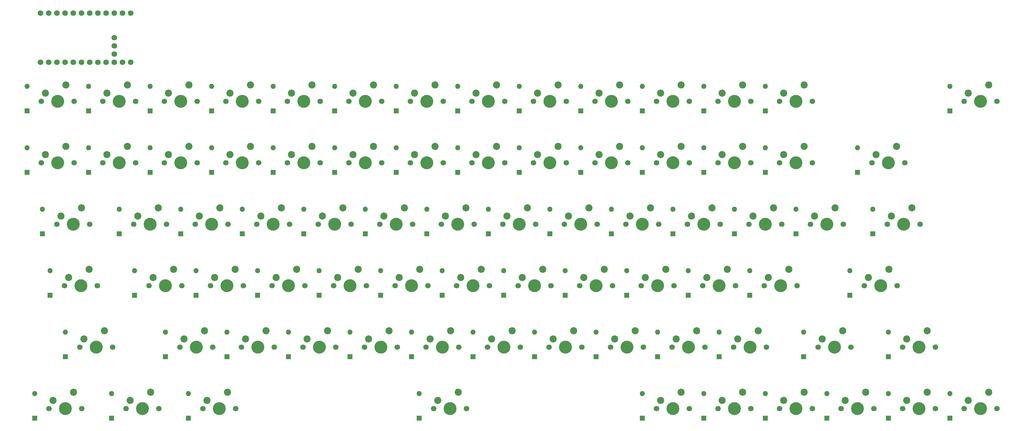
<source format=gbr>
%TF.GenerationSoftware,KiCad,Pcbnew,9.0.2*%
%TF.CreationDate,2025-06-25T18:54:02-05:00*%
%TF.ProjectId,MechaSlate,4d656368-6153-46c6-9174-652e6b696361,rev?*%
%TF.SameCoordinates,Original*%
%TF.FileFunction,Soldermask,Top*%
%TF.FilePolarity,Negative*%
%FSLAX46Y46*%
G04 Gerber Fmt 4.6, Leading zero omitted, Abs format (unit mm)*
G04 Created by KiCad (PCBNEW 9.0.2) date 2025-06-25 18:54:02*
%MOMM*%
%LPD*%
G01*
G04 APERTURE LIST*
%ADD10C,1.700000*%
%ADD11C,4.000000*%
%ADD12C,2.200000*%
%ADD13C,1.752600*%
%ADD14R,1.600000X1.600000*%
%ADD15O,1.600000X1.600000*%
G04 APERTURE END LIST*
D10*
%TO.C,S5*%
X256615000Y-151500000D03*
D11*
X261695000Y-151500000D03*
D10*
X266775000Y-151500000D03*
D12*
X264235000Y-146420000D03*
X257885000Y-148960000D03*
%TD*%
D10*
%TO.C,S44*%
X213752500Y-208650000D03*
D11*
X218832500Y-208650000D03*
D10*
X223912500Y-208650000D03*
D12*
X221372500Y-203570000D03*
X215022500Y-206110000D03*
%TD*%
D10*
%TO.C,S61*%
X299477500Y-227700000D03*
D11*
X304557500Y-227700000D03*
D10*
X309637500Y-227700000D03*
D12*
X307097500Y-222620000D03*
X300747500Y-225160000D03*
%TD*%
D10*
%TO.C,S12*%
X389965000Y-151500000D03*
D11*
X395045000Y-151500000D03*
D10*
X400125000Y-151500000D03*
D12*
X397585000Y-146420000D03*
X391235000Y-148960000D03*
%TD*%
D10*
%TO.C,S3*%
X218515000Y-151500000D03*
D11*
X223595000Y-151500000D03*
D10*
X228675000Y-151500000D03*
D12*
X226135000Y-146420000D03*
X219785000Y-148960000D03*
%TD*%
D10*
%TO.C,S48*%
X289952500Y-208650000D03*
D11*
X295032500Y-208650000D03*
D10*
X300112500Y-208650000D03*
D12*
X297572500Y-203570000D03*
X291222500Y-206110000D03*
%TD*%
D10*
%TO.C,S10*%
X351865000Y-151500000D03*
D11*
X356945000Y-151500000D03*
D10*
X362025000Y-151500000D03*
D12*
X359485000Y-146420000D03*
X353135000Y-148960000D03*
%TD*%
D10*
%TO.C,S42*%
X442352500Y-189600000D03*
D11*
X447432500Y-189600000D03*
D10*
X452512500Y-189600000D03*
D12*
X449972500Y-184520000D03*
X443622500Y-187060000D03*
%TD*%
D10*
%TO.C,S78*%
X466165000Y-246750000D03*
D11*
X471245000Y-246750000D03*
D10*
X476325000Y-246750000D03*
D12*
X473785000Y-241670000D03*
X467435000Y-244210000D03*
%TD*%
D10*
%TO.C,S69*%
X182796250Y-246750000D03*
D11*
X187876250Y-246750000D03*
D10*
X192956250Y-246750000D03*
D12*
X190416250Y-241670000D03*
X184066250Y-244210000D03*
%TD*%
D10*
%TO.C,S15*%
X180415000Y-170550000D03*
D11*
X185495000Y-170550000D03*
D10*
X190575000Y-170550000D03*
D12*
X188035000Y-165470000D03*
X181685000Y-168010000D03*
%TD*%
D10*
%TO.C,S7*%
X294715000Y-151500000D03*
D11*
X299795000Y-151500000D03*
D10*
X304875000Y-151500000D03*
D12*
X302335000Y-146420000D03*
X295985000Y-148960000D03*
%TD*%
D10*
%TO.C,S27*%
X409015000Y-170550000D03*
D11*
X414095000Y-170550000D03*
D10*
X419175000Y-170550000D03*
D12*
X416635000Y-165470000D03*
X410285000Y-168010000D03*
%TD*%
D10*
%TO.C,S28*%
X437590000Y-170550000D03*
D11*
X442670000Y-170550000D03*
D10*
X447750000Y-170550000D03*
D12*
X445210000Y-165470000D03*
X438860000Y-168010000D03*
%TD*%
D10*
%TO.C,S20*%
X275665000Y-170550000D03*
D11*
X280745000Y-170550000D03*
D10*
X285825000Y-170550000D03*
D12*
X283285000Y-165470000D03*
X276935000Y-168010000D03*
%TD*%
D10*
%TO.C,S13*%
X409015000Y-151500000D03*
D11*
X414095000Y-151500000D03*
D10*
X419175000Y-151500000D03*
D12*
X416635000Y-146420000D03*
X410285000Y-148960000D03*
%TD*%
D10*
%TO.C,S34*%
X285190000Y-189600000D03*
D11*
X290270000Y-189600000D03*
D10*
X295350000Y-189600000D03*
D12*
X292810000Y-184520000D03*
X286460000Y-187060000D03*
%TD*%
D10*
%TO.C,S33*%
X266140000Y-189600000D03*
D11*
X271220000Y-189600000D03*
D10*
X276300000Y-189600000D03*
D12*
X273760000Y-184520000D03*
X267410000Y-187060000D03*
%TD*%
D10*
%TO.C,S70*%
X206608750Y-246750000D03*
D11*
X211688750Y-246750000D03*
D10*
X216768750Y-246750000D03*
D12*
X214228750Y-241670000D03*
X207878750Y-244210000D03*
%TD*%
D10*
%TO.C,S41*%
X418540000Y-189600000D03*
D11*
X423620000Y-189600000D03*
D10*
X428700000Y-189600000D03*
D12*
X426160000Y-184520000D03*
X419810000Y-187060000D03*
%TD*%
D10*
%TO.C,S66*%
X394727500Y-227700000D03*
D11*
X399807500Y-227700000D03*
D10*
X404887500Y-227700000D03*
D12*
X402347500Y-222620000D03*
X395997500Y-225160000D03*
%TD*%
D10*
%TO.C,S19*%
X256615000Y-170550000D03*
D11*
X261695000Y-170550000D03*
D10*
X266775000Y-170550000D03*
D12*
X264235000Y-165470000D03*
X257885000Y-168010000D03*
%TD*%
D10*
%TO.C,S17*%
X218515000Y-170550000D03*
D11*
X223595000Y-170550000D03*
D10*
X228675000Y-170550000D03*
D12*
X226135000Y-165470000D03*
X219785000Y-168010000D03*
%TD*%
D10*
%TO.C,S21*%
X294715000Y-170550000D03*
D11*
X299795000Y-170550000D03*
D10*
X304875000Y-170550000D03*
D12*
X302335000Y-165470000D03*
X295985000Y-168010000D03*
%TD*%
D10*
%TO.C,S30*%
X208990000Y-189600000D03*
D11*
X214070000Y-189600000D03*
D10*
X219150000Y-189600000D03*
D12*
X216610000Y-184520000D03*
X210260000Y-187060000D03*
%TD*%
D10*
%TO.C,S35*%
X304240000Y-189600000D03*
D11*
X309320000Y-189600000D03*
D10*
X314400000Y-189600000D03*
D12*
X311860000Y-184520000D03*
X305510000Y-187060000D03*
%TD*%
D10*
%TO.C,S67*%
X420921250Y-227700000D03*
D11*
X426001250Y-227700000D03*
D10*
X431081250Y-227700000D03*
D12*
X428541250Y-222620000D03*
X422191250Y-225160000D03*
%TD*%
D10*
%TO.C,S6*%
X275665000Y-151500000D03*
D11*
X280745000Y-151500000D03*
D10*
X285825000Y-151500000D03*
D12*
X283285000Y-146420000D03*
X276935000Y-148960000D03*
%TD*%
D10*
%TO.C,S23*%
X332815000Y-170550000D03*
D11*
X337895000Y-170550000D03*
D10*
X342975000Y-170550000D03*
D12*
X340435000Y-165470000D03*
X334085000Y-168010000D03*
%TD*%
D10*
%TO.C,S75*%
X409015000Y-246750000D03*
D11*
X414095000Y-246750000D03*
D10*
X419175000Y-246750000D03*
D12*
X416635000Y-241670000D03*
X410285000Y-244210000D03*
%TD*%
D10*
%TO.C,S52*%
X366152500Y-208650000D03*
D11*
X371232500Y-208650000D03*
D10*
X376312500Y-208650000D03*
D12*
X373772500Y-203570000D03*
X367422500Y-206110000D03*
%TD*%
D10*
%TO.C,S63*%
X337577500Y-227700000D03*
D11*
X342657500Y-227700000D03*
D10*
X347737500Y-227700000D03*
D12*
X345197500Y-222620000D03*
X338847500Y-225160000D03*
%TD*%
D10*
%TO.C,S60*%
X280427500Y-227700000D03*
D11*
X285507500Y-227700000D03*
D10*
X290587500Y-227700000D03*
D12*
X288047500Y-222620000D03*
X281697500Y-225160000D03*
%TD*%
D10*
%TO.C,S74*%
X389965000Y-246750000D03*
D11*
X395045000Y-246750000D03*
D10*
X400125000Y-246750000D03*
D12*
X397585000Y-241670000D03*
X391235000Y-244210000D03*
%TD*%
D10*
%TO.C,S47*%
X270902500Y-208650000D03*
D11*
X275982500Y-208650000D03*
D10*
X281062500Y-208650000D03*
D12*
X278522500Y-203570000D03*
X272172500Y-206110000D03*
%TD*%
D10*
%TO.C,S40*%
X399490000Y-189600000D03*
D11*
X404570000Y-189600000D03*
D10*
X409650000Y-189600000D03*
D12*
X407110000Y-184520000D03*
X400760000Y-187060000D03*
%TD*%
D10*
%TO.C,S62*%
X318527500Y-227700000D03*
D11*
X323607500Y-227700000D03*
D10*
X328687500Y-227700000D03*
D12*
X326147500Y-222620000D03*
X319797500Y-225160000D03*
%TD*%
D10*
%TO.C,S25*%
X370915000Y-170550000D03*
D11*
X375995000Y-170550000D03*
D10*
X381075000Y-170550000D03*
D12*
X378535000Y-165470000D03*
X372185000Y-168010000D03*
%TD*%
D10*
%TO.C,S58*%
X242327500Y-227700000D03*
D11*
X247407500Y-227700000D03*
D10*
X252487500Y-227700000D03*
D12*
X249947500Y-222620000D03*
X243597500Y-225160000D03*
%TD*%
D10*
%TO.C,S14*%
X466165000Y-151500000D03*
D11*
X471245000Y-151500000D03*
D10*
X476325000Y-151500000D03*
D12*
X473785000Y-146420000D03*
X467435000Y-148960000D03*
%TD*%
D10*
%TO.C,S68*%
X447115000Y-227700000D03*
D11*
X452195000Y-227700000D03*
D10*
X457275000Y-227700000D03*
D12*
X454735000Y-222620000D03*
X448385000Y-225160000D03*
%TD*%
D10*
%TO.C,S2*%
X199465000Y-151500000D03*
D11*
X204545000Y-151500000D03*
D10*
X209625000Y-151500000D03*
D12*
X207085000Y-146420000D03*
X200735000Y-148960000D03*
%TD*%
D10*
%TO.C,S1*%
X180415000Y-151500000D03*
D11*
X185495000Y-151500000D03*
D10*
X190575000Y-151500000D03*
D12*
X188035000Y-146420000D03*
X181685000Y-148960000D03*
%TD*%
D10*
%TO.C,S53*%
X385202500Y-208650000D03*
D11*
X390282500Y-208650000D03*
D10*
X395362500Y-208650000D03*
D12*
X392822500Y-203570000D03*
X386472500Y-206110000D03*
%TD*%
D10*
%TO.C,S64*%
X356627500Y-227700000D03*
D11*
X361707500Y-227700000D03*
D10*
X366787500Y-227700000D03*
D12*
X364247500Y-222620000D03*
X357897500Y-225160000D03*
%TD*%
D10*
%TO.C,S77*%
X447115000Y-246750000D03*
D11*
X452195000Y-246750000D03*
D10*
X457275000Y-246750000D03*
D12*
X454735000Y-241670000D03*
X448385000Y-244210000D03*
%TD*%
D10*
%TO.C,S31*%
X228040000Y-189600000D03*
D11*
X233120000Y-189600000D03*
D10*
X238200000Y-189600000D03*
D12*
X235660000Y-184520000D03*
X229310000Y-187060000D03*
%TD*%
D10*
%TO.C,S22*%
X313765000Y-170550000D03*
D11*
X318845000Y-170550000D03*
D10*
X323925000Y-170550000D03*
D12*
X321385000Y-165470000D03*
X315035000Y-168010000D03*
%TD*%
D10*
%TO.C,S18*%
X237565000Y-170550000D03*
D11*
X242645000Y-170550000D03*
D10*
X247725000Y-170550000D03*
D12*
X245185000Y-165470000D03*
X238835000Y-168010000D03*
%TD*%
D10*
%TO.C,S24*%
X351865000Y-170550000D03*
D11*
X356945000Y-170550000D03*
D10*
X362025000Y-170550000D03*
D12*
X359485000Y-165470000D03*
X353135000Y-168010000D03*
%TD*%
D10*
%TO.C,S71*%
X230421250Y-246750000D03*
D11*
X235501250Y-246750000D03*
D10*
X240581250Y-246750000D03*
D12*
X238041250Y-241670000D03*
X231691250Y-244210000D03*
%TD*%
D10*
%TO.C,S65*%
X375677500Y-227700000D03*
D11*
X380757500Y-227700000D03*
D10*
X385837500Y-227700000D03*
D12*
X383297500Y-222620000D03*
X376947500Y-225160000D03*
%TD*%
D10*
%TO.C,S32*%
X247090000Y-189600000D03*
D11*
X252170000Y-189600000D03*
D10*
X257250000Y-189600000D03*
D12*
X254710000Y-184520000D03*
X248360000Y-187060000D03*
%TD*%
D10*
%TO.C,S4*%
X237565000Y-151500000D03*
D11*
X242645000Y-151500000D03*
D10*
X247725000Y-151500000D03*
D12*
X245185000Y-146420000D03*
X238835000Y-148960000D03*
%TD*%
D10*
%TO.C,S56*%
X192321250Y-227700000D03*
D11*
X197401250Y-227700000D03*
D10*
X202481250Y-227700000D03*
D12*
X199941250Y-222620000D03*
X193591250Y-225160000D03*
%TD*%
D10*
%TO.C,S54*%
X404252500Y-208650000D03*
D11*
X409332500Y-208650000D03*
D10*
X414412500Y-208650000D03*
D12*
X411872500Y-203570000D03*
X405522500Y-206110000D03*
%TD*%
D10*
%TO.C,S72*%
X301858750Y-246750000D03*
D11*
X306938750Y-246750000D03*
D10*
X312018750Y-246750000D03*
D12*
X309478750Y-241670000D03*
X303128750Y-244210000D03*
%TD*%
D10*
%TO.C,S8*%
X313765000Y-151500000D03*
D11*
X318845000Y-151500000D03*
D10*
X323925000Y-151500000D03*
D12*
X321385000Y-146420000D03*
X315035000Y-148960000D03*
%TD*%
D10*
%TO.C,S11*%
X370915000Y-151500000D03*
D11*
X375995000Y-151500000D03*
D10*
X381075000Y-151500000D03*
D12*
X378535000Y-146420000D03*
X372185000Y-148960000D03*
%TD*%
D10*
%TO.C,S9*%
X332815000Y-151500000D03*
D11*
X337895000Y-151500000D03*
D10*
X342975000Y-151500000D03*
D12*
X340435000Y-146420000D03*
X334085000Y-148960000D03*
%TD*%
D10*
%TO.C,S73*%
X370915000Y-246750000D03*
D11*
X375995000Y-246750000D03*
D10*
X381075000Y-246750000D03*
D12*
X378535000Y-241670000D03*
X372185000Y-244210000D03*
%TD*%
D10*
%TO.C,S46*%
X251852500Y-208650000D03*
D11*
X256932500Y-208650000D03*
D10*
X262012500Y-208650000D03*
D12*
X259472500Y-203570000D03*
X253122500Y-206110000D03*
%TD*%
D10*
%TO.C,S51*%
X347102500Y-208650000D03*
D11*
X352182500Y-208650000D03*
D10*
X357262500Y-208650000D03*
D12*
X354722500Y-203570000D03*
X348372500Y-206110000D03*
%TD*%
D10*
%TO.C,S37*%
X342340000Y-189600000D03*
D11*
X347420000Y-189600000D03*
D10*
X352500000Y-189600000D03*
D12*
X349960000Y-184520000D03*
X343610000Y-187060000D03*
%TD*%
D10*
%TO.C,S76*%
X428065000Y-246750000D03*
D11*
X433145000Y-246750000D03*
D10*
X438225000Y-246750000D03*
D12*
X435685000Y-241670000D03*
X429335000Y-244210000D03*
%TD*%
D10*
%TO.C,S26*%
X389965000Y-170550000D03*
D11*
X395045000Y-170550000D03*
D10*
X400125000Y-170550000D03*
D12*
X397585000Y-165470000D03*
X391235000Y-168010000D03*
%TD*%
D10*
%TO.C,S49*%
X309002500Y-208650000D03*
D11*
X314082500Y-208650000D03*
D10*
X319162500Y-208650000D03*
D12*
X316622500Y-203570000D03*
X310272500Y-206110000D03*
%TD*%
D10*
%TO.C,S39*%
X380440000Y-189600000D03*
D11*
X385520000Y-189600000D03*
D10*
X390600000Y-189600000D03*
D12*
X388060000Y-184520000D03*
X381710000Y-187060000D03*
%TD*%
D10*
%TO.C,S38*%
X361390000Y-189600000D03*
D11*
X366470000Y-189600000D03*
D10*
X371550000Y-189600000D03*
D12*
X369010000Y-184520000D03*
X362660000Y-187060000D03*
%TD*%
D10*
%TO.C,S50*%
X328052500Y-208650000D03*
D11*
X333132500Y-208650000D03*
D10*
X338212500Y-208650000D03*
D12*
X335672500Y-203570000D03*
X329322500Y-206110000D03*
%TD*%
D10*
%TO.C,S55*%
X435208750Y-208650000D03*
D11*
X440288750Y-208650000D03*
D10*
X445368750Y-208650000D03*
D12*
X442828750Y-203570000D03*
X436478750Y-206110000D03*
%TD*%
D10*
%TO.C,S45*%
X232802500Y-208650000D03*
D11*
X237882500Y-208650000D03*
D10*
X242962500Y-208650000D03*
D12*
X240422500Y-203570000D03*
X234072500Y-206110000D03*
%TD*%
D10*
%TO.C,S59*%
X261377500Y-227700000D03*
D11*
X266457500Y-227700000D03*
D10*
X271537500Y-227700000D03*
D12*
X268997500Y-222620000D03*
X262647500Y-225160000D03*
%TD*%
D10*
%TO.C,S29*%
X185177500Y-189600000D03*
D11*
X190257500Y-189600000D03*
D10*
X195337500Y-189600000D03*
D12*
X192797500Y-184520000D03*
X186447500Y-187060000D03*
%TD*%
D10*
%TO.C,S16*%
X199465000Y-170550000D03*
D11*
X204545000Y-170550000D03*
D10*
X209625000Y-170550000D03*
D12*
X207085000Y-165470000D03*
X200735000Y-168010000D03*
%TD*%
D13*
%TO.C,U2*%
X180175000Y-139340000D03*
X182715000Y-139340000D03*
X185255000Y-139340000D03*
X187795000Y-139340000D03*
X190335000Y-139340000D03*
X192875000Y-139340000D03*
X195415000Y-139340000D03*
X197955000Y-139340000D03*
X200495000Y-139340000D03*
X203035000Y-139340000D03*
X205575000Y-139340000D03*
X208115000Y-139340000D03*
X208115000Y-124100000D03*
X205575000Y-124100000D03*
X203035000Y-124100000D03*
X200495000Y-124100000D03*
X197955000Y-124100000D03*
X195415000Y-124100000D03*
X192875000Y-124100000D03*
X190335000Y-124100000D03*
X187795000Y-124100000D03*
X185255000Y-124100000D03*
X182715000Y-124100000D03*
X180175000Y-124100000D03*
X203035000Y-136800000D03*
X203035000Y-134260000D03*
X203035000Y-131720000D03*
%TD*%
D10*
%TO.C,S57*%
X223277500Y-227700000D03*
D11*
X228357500Y-227700000D03*
D10*
X233437500Y-227700000D03*
D12*
X230897500Y-222620000D03*
X224547500Y-225160000D03*
%TD*%
D10*
%TO.C,S43*%
X187558750Y-208650000D03*
D11*
X192638750Y-208650000D03*
D10*
X197718750Y-208650000D03*
D12*
X195178750Y-203570000D03*
X188828750Y-206110000D03*
%TD*%
D10*
%TO.C,S36*%
X323290000Y-189600000D03*
D11*
X328370000Y-189600000D03*
D10*
X333450000Y-189600000D03*
D12*
X330910000Y-184520000D03*
X324560000Y-187060000D03*
%TD*%
D14*
%TO.C,D77*%
X442655000Y-249670000D03*
D15*
X442655000Y-242050000D03*
%TD*%
D14*
%TO.C,D15*%
X175955000Y-173470000D03*
D15*
X175955000Y-165850000D03*
%TD*%
D14*
%TO.C,D65*%
X371217500Y-230620000D03*
D15*
X371217500Y-223000000D03*
%TD*%
D14*
%TO.C,D78*%
X461705000Y-249670000D03*
D15*
X461705000Y-242050000D03*
%TD*%
D14*
%TO.C,D54*%
X399792500Y-211570000D03*
D15*
X399792500Y-203950000D03*
%TD*%
D14*
%TO.C,D67*%
X416461250Y-230620000D03*
D15*
X416461250Y-223000000D03*
%TD*%
D14*
%TO.C,D29*%
X180717500Y-192520000D03*
D15*
X180717500Y-184900000D03*
%TD*%
D14*
%TO.C,D64*%
X352167500Y-230620000D03*
D15*
X352167500Y-223000000D03*
%TD*%
D14*
%TO.C,D75*%
X404555000Y-249670000D03*
D15*
X404555000Y-242050000D03*
%TD*%
D14*
%TO.C,D1*%
X175955000Y-154420000D03*
D15*
X175955000Y-146800000D03*
%TD*%
D14*
%TO.C,D36*%
X318830000Y-192520000D03*
D15*
X318830000Y-184900000D03*
%TD*%
D14*
%TO.C,D27*%
X404555000Y-173470000D03*
D15*
X404555000Y-165850000D03*
%TD*%
D14*
%TO.C,D31*%
X223580000Y-192520000D03*
D15*
X223580000Y-184900000D03*
%TD*%
D14*
%TO.C,D49*%
X304542500Y-211570000D03*
D15*
X304542500Y-203950000D03*
%TD*%
D14*
%TO.C,D28*%
X433130000Y-173470000D03*
D15*
X433130000Y-165850000D03*
%TD*%
D14*
%TO.C,D48*%
X285492500Y-211570000D03*
D15*
X285492500Y-203950000D03*
%TD*%
D14*
%TO.C,D2*%
X195005000Y-154420000D03*
D15*
X195005000Y-146800000D03*
%TD*%
D14*
%TO.C,D6*%
X271205000Y-154420000D03*
D15*
X271205000Y-146800000D03*
%TD*%
D14*
%TO.C,D8*%
X309305000Y-154420000D03*
D15*
X309305000Y-146800000D03*
%TD*%
D14*
%TO.C,D53*%
X380742500Y-211570000D03*
D15*
X380742500Y-203950000D03*
%TD*%
D14*
%TO.C,D25*%
X366455000Y-173470000D03*
D15*
X366455000Y-165850000D03*
%TD*%
D14*
%TO.C,D40*%
X395030000Y-192520000D03*
D15*
X395030000Y-184900000D03*
%TD*%
D14*
%TO.C,D4*%
X233105000Y-154420000D03*
D15*
X233105000Y-146800000D03*
%TD*%
D14*
%TO.C,D70*%
X202148750Y-249670000D03*
D15*
X202148750Y-242050000D03*
%TD*%
D14*
%TO.C,D58*%
X237867500Y-230620000D03*
D15*
X237867500Y-223000000D03*
%TD*%
D14*
%TO.C,D32*%
X242630000Y-192520000D03*
D15*
X242630000Y-184900000D03*
%TD*%
D14*
%TO.C,D23*%
X328355000Y-173470000D03*
D15*
X328355000Y-165850000D03*
%TD*%
D14*
%TO.C,D55*%
X430748750Y-211570000D03*
D15*
X430748750Y-203950000D03*
%TD*%
D14*
%TO.C,D14*%
X461705000Y-154420000D03*
D15*
X461705000Y-146800000D03*
%TD*%
D14*
%TO.C,D74*%
X385505000Y-249670000D03*
D15*
X385505000Y-242050000D03*
%TD*%
D14*
%TO.C,D76*%
X423605000Y-249670000D03*
D15*
X423605000Y-242050000D03*
%TD*%
D14*
%TO.C,D7*%
X290255000Y-154420000D03*
D15*
X290255000Y-146800000D03*
%TD*%
D14*
%TO.C,D69*%
X178336250Y-249670000D03*
D15*
X178336250Y-242050000D03*
%TD*%
D14*
%TO.C,D52*%
X361692500Y-211570000D03*
D15*
X361692500Y-203950000D03*
%TD*%
D14*
%TO.C,D24*%
X347405000Y-173470000D03*
D15*
X347405000Y-165850000D03*
%TD*%
D14*
%TO.C,D5*%
X252155000Y-154420000D03*
D15*
X252155000Y-146800000D03*
%TD*%
D14*
%TO.C,D68*%
X442655000Y-230620000D03*
D15*
X442655000Y-223000000D03*
%TD*%
D14*
%TO.C,D42*%
X437892500Y-192520000D03*
D15*
X437892500Y-184900000D03*
%TD*%
D14*
%TO.C,D41*%
X414080000Y-192520000D03*
D15*
X414080000Y-184900000D03*
%TD*%
D14*
%TO.C,D71*%
X225961250Y-249670000D03*
D15*
X225961250Y-242050000D03*
%TD*%
D14*
%TO.C,D56*%
X187861250Y-230620000D03*
D15*
X187861250Y-223000000D03*
%TD*%
D14*
%TO.C,D26*%
X385505000Y-173470000D03*
D15*
X385505000Y-165850000D03*
%TD*%
D14*
%TO.C,D57*%
X218817500Y-230620000D03*
D15*
X218817500Y-223000000D03*
%TD*%
D14*
%TO.C,D33*%
X261680000Y-192520000D03*
D15*
X261680000Y-184900000D03*
%TD*%
D14*
%TO.C,D11*%
X366455000Y-154420000D03*
D15*
X366455000Y-146800000D03*
%TD*%
D14*
%TO.C,D12*%
X385505000Y-154420000D03*
D15*
X385505000Y-146800000D03*
%TD*%
D14*
%TO.C,D19*%
X252155000Y-173470000D03*
D15*
X252155000Y-165850000D03*
%TD*%
D14*
%TO.C,D50*%
X323592500Y-211570000D03*
D15*
X323592500Y-203950000D03*
%TD*%
D14*
%TO.C,D51*%
X342642500Y-211570000D03*
D15*
X342642500Y-203950000D03*
%TD*%
D14*
%TO.C,D37*%
X337880000Y-192520000D03*
D15*
X337880000Y-184900000D03*
%TD*%
D14*
%TO.C,D22*%
X309305000Y-173470000D03*
D15*
X309305000Y-165850000D03*
%TD*%
D14*
%TO.C,D18*%
X233105000Y-173470000D03*
D15*
X233105000Y-165850000D03*
%TD*%
D14*
%TO.C,D45*%
X228342500Y-211570000D03*
D15*
X228342500Y-203950000D03*
%TD*%
D14*
%TO.C,D30*%
X204530000Y-192520000D03*
D15*
X204530000Y-184900000D03*
%TD*%
D14*
%TO.C,D21*%
X290255000Y-173470000D03*
D15*
X290255000Y-165850000D03*
%TD*%
D14*
%TO.C,D39*%
X375980000Y-192520000D03*
D15*
X375980000Y-184900000D03*
%TD*%
D14*
%TO.C,D38*%
X356930000Y-192520000D03*
D15*
X356930000Y-184900000D03*
%TD*%
D14*
%TO.C,D72*%
X297398750Y-249670000D03*
D15*
X297398750Y-242050000D03*
%TD*%
D14*
%TO.C,D17*%
X214055000Y-173470000D03*
D15*
X214055000Y-165850000D03*
%TD*%
D14*
%TO.C,D43*%
X183098750Y-211570000D03*
D15*
X183098750Y-203950000D03*
%TD*%
D14*
%TO.C,D61*%
X295017500Y-230620000D03*
D15*
X295017500Y-223000000D03*
%TD*%
D14*
%TO.C,D60*%
X275967500Y-230620000D03*
D15*
X275967500Y-223000000D03*
%TD*%
D14*
%TO.C,D62*%
X314067500Y-230620000D03*
D15*
X314067500Y-223000000D03*
%TD*%
D14*
%TO.C,D34*%
X280730000Y-192520000D03*
D15*
X280730000Y-184900000D03*
%TD*%
D14*
%TO.C,D47*%
X266442500Y-211570000D03*
D15*
X266442500Y-203950000D03*
%TD*%
D14*
%TO.C,D3*%
X214055000Y-154420000D03*
D15*
X214055000Y-146800000D03*
%TD*%
D14*
%TO.C,D66*%
X390267500Y-230620000D03*
D15*
X390267500Y-223000000D03*
%TD*%
D14*
%TO.C,D63*%
X333117500Y-230620000D03*
D15*
X333117500Y-223000000D03*
%TD*%
D14*
%TO.C,D35*%
X299780000Y-192520000D03*
D15*
X299780000Y-184900000D03*
%TD*%
D14*
%TO.C,D20*%
X271205000Y-173470000D03*
D15*
X271205000Y-165850000D03*
%TD*%
D14*
%TO.C,D16*%
X195005000Y-173470000D03*
D15*
X195005000Y-165850000D03*
%TD*%
D14*
%TO.C,D44*%
X209292500Y-211570000D03*
D15*
X209292500Y-203950000D03*
%TD*%
D14*
%TO.C,D13*%
X404555000Y-154420000D03*
D15*
X404555000Y-146800000D03*
%TD*%
D14*
%TO.C,D10*%
X347405000Y-154420000D03*
D15*
X347405000Y-146800000D03*
%TD*%
D14*
%TO.C,D9*%
X328355000Y-154420000D03*
D15*
X328355000Y-146800000D03*
%TD*%
D14*
%TO.C,D59*%
X256917500Y-230620000D03*
D15*
X256917500Y-223000000D03*
%TD*%
D14*
%TO.C,D73*%
X366455000Y-249670000D03*
D15*
X366455000Y-242050000D03*
%TD*%
D14*
%TO.C,D46*%
X247392500Y-211570000D03*
D15*
X247392500Y-203950000D03*
%TD*%
M02*

</source>
